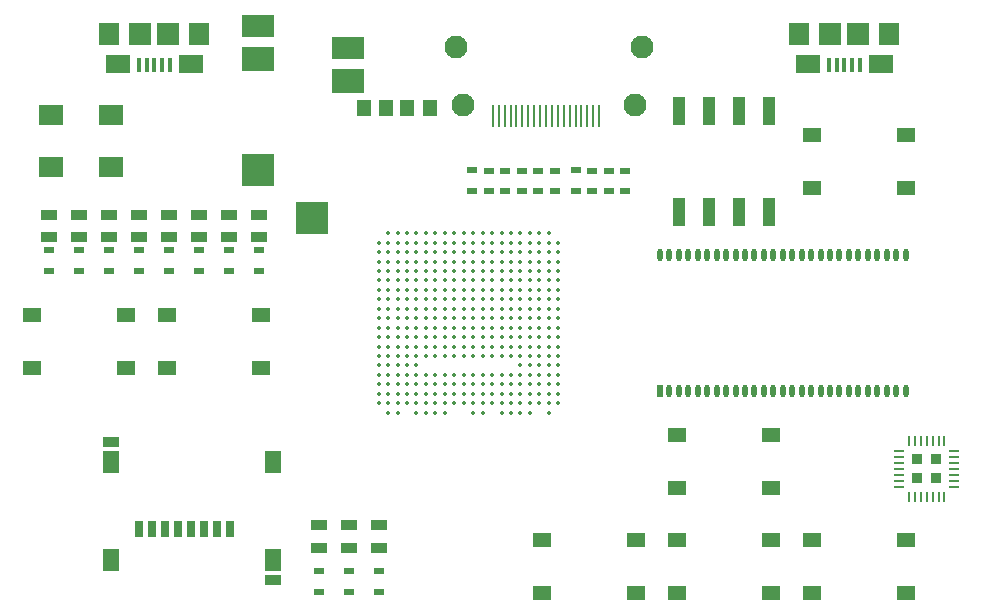
<source format=gtp>
G04 #@! TF.GenerationSoftware,KiCad,Pcbnew,5.0.0+dfsg1-2*
G04 #@! TF.CreationDate,2018-09-08T16:08:49+02:00*
G04 #@! TF.ProjectId,ulx3s,756C7833732E6B696361645F70636200,rev?*
G04 #@! TF.SameCoordinates,Original*
G04 #@! TF.FileFunction,Paste,Top*
G04 #@! TF.FilePolarity,Positive*
%FSLAX46Y46*%
G04 Gerber Fmt 4.6, Leading zero omitted, Abs format (unit mm)*
G04 Created by KiCad (PCBNEW 5.0.0+dfsg1-2) date Sat Sep  8 16:08:49 2018*
%MOMM*%
%LPD*%
G01*
G04 APERTURE LIST*
%ADD10O,0.510000X1.050000*%
%ADD11R,0.510000X1.050000*%
%ADD12R,0.925000X0.925000*%
%ADD13O,0.250000X0.900000*%
%ADD14O,0.900000X0.250000*%
%ADD15R,0.900000X0.250000*%
%ADD16R,1.070000X2.390000*%
%ADD17R,1.750000X1.850000*%
%ADD18R,0.350000X1.300000*%
%ADD19R,1.850000X1.850000*%
%ADD20R,2.050000X1.550000*%
%ADD21R,2.750000X1.950000*%
%ADD22R,2.750000X2.150000*%
%ADD23R,2.750000X2.750000*%
%ADD24R,0.250000X1.850000*%
%ADD25C,1.950000*%
%ADD26C,0.350000*%
%ADD27R,0.650000X1.450000*%
%ADD28R,1.400000X0.850000*%
%ADD29R,1.400000X1.950000*%
%ADD30R,2.150000X1.750000*%
%ADD31R,0.950000X0.620000*%
%ADD32R,1.450000X0.920000*%
%ADD33R,1.245000X1.350000*%
%ADD34R,1.500000X1.250000*%
G04 APERTURE END LIST*
D10*
G04 #@! TO.C,U2*
X175493000Y-82070000D03*
D11*
X154693000Y-93530000D03*
D10*
X155493000Y-93530000D03*
X156293000Y-93530000D03*
X157093000Y-93530000D03*
X157893000Y-93530000D03*
X158693000Y-93530000D03*
X159493000Y-93530000D03*
X160293000Y-93530000D03*
X161093000Y-93530000D03*
X161893000Y-93530000D03*
X162693000Y-93530000D03*
X163493000Y-93530000D03*
X164293000Y-93530000D03*
X165093000Y-93530000D03*
X165893000Y-93530000D03*
X166693000Y-93530000D03*
X167493000Y-93530000D03*
X168293000Y-93530000D03*
X169093000Y-93530000D03*
X169893000Y-93530000D03*
X170693000Y-93530000D03*
X171493000Y-93530000D03*
X172293000Y-93530000D03*
X173093000Y-93530000D03*
X173893000Y-93530000D03*
X174693000Y-93530000D03*
X175493000Y-93530000D03*
X174693000Y-82070000D03*
X173893000Y-82070000D03*
X173093000Y-82070000D03*
X172293000Y-82070000D03*
X171493000Y-82070000D03*
X170693000Y-82070000D03*
X169893000Y-82070000D03*
X169093000Y-82070000D03*
X168293000Y-82070000D03*
X167493000Y-82070000D03*
X166693000Y-82070000D03*
X165893000Y-82070000D03*
X165093000Y-82070000D03*
X164293000Y-82070000D03*
X163493000Y-82070000D03*
X162693000Y-82070000D03*
X161893000Y-82070000D03*
X161093000Y-82070000D03*
X160293000Y-82070000D03*
X159493000Y-82070000D03*
X158693000Y-82070000D03*
X157893000Y-82070000D03*
X157093000Y-82070000D03*
X156293000Y-82070000D03*
X155493000Y-82070000D03*
X154693000Y-82070000D03*
G04 #@! TD*
D12*
G04 #@! TO.C,U8*
X178097500Y-100967500D03*
X178097500Y-99342500D03*
X176472500Y-100967500D03*
X176472500Y-99342500D03*
D13*
X178785000Y-102495000D03*
X178285000Y-102495000D03*
X177785000Y-102495000D03*
X177285000Y-102495000D03*
X176785000Y-102495000D03*
X176285000Y-102495000D03*
X175785000Y-102495000D03*
D14*
X174945000Y-101655000D03*
X174945000Y-101155000D03*
X174945000Y-100655000D03*
X174945000Y-100155000D03*
X174945000Y-99655000D03*
X174945000Y-99155000D03*
X174945000Y-98655000D03*
D13*
X175785000Y-97815000D03*
X176285000Y-97815000D03*
X176785000Y-97815000D03*
X177285000Y-97815000D03*
X177785000Y-97815000D03*
X178285000Y-97815000D03*
X178785000Y-97815000D03*
D14*
X179625000Y-98655000D03*
X179625000Y-99155000D03*
X179625000Y-99655000D03*
X179625000Y-100155000D03*
X179625000Y-100655000D03*
X179625000Y-101155000D03*
D15*
X179625000Y-101655000D03*
G04 #@! TD*
D16*
G04 #@! TO.C,SW1*
X156330000Y-69815000D03*
X163950000Y-78425000D03*
X158870000Y-69815000D03*
X161410000Y-78425000D03*
X161410000Y-69815000D03*
X158870000Y-78425000D03*
X163950000Y-69815000D03*
X156330000Y-78425000D03*
G04 #@! TD*
D17*
G04 #@! TO.C,US1*
X108080000Y-63325000D03*
X115680000Y-63325000D03*
D18*
X110580000Y-66000000D03*
X111230000Y-66000000D03*
X111880000Y-66000000D03*
X112530000Y-66000000D03*
X113180000Y-66000000D03*
D19*
X110680000Y-63325000D03*
X113080000Y-63325000D03*
D20*
X108780000Y-65875000D03*
X114980000Y-65875000D03*
G04 #@! TD*
D21*
G04 #@! TO.C,AUDIO1*
X120668000Y-62618000D03*
D22*
X120668000Y-65418000D03*
D23*
X120668000Y-74818000D03*
X125218000Y-78918000D03*
D22*
X128268000Y-67318000D03*
D21*
X128268000Y-64518000D03*
G04 #@! TD*
D24*
G04 #@! TO.C,GPDI1*
X149546000Y-70312000D03*
X149046000Y-70312000D03*
X148546000Y-70312000D03*
X148046000Y-70312000D03*
X147546000Y-70312000D03*
X147046000Y-70312000D03*
X146546000Y-70312000D03*
X146046000Y-70312000D03*
X145546000Y-70312000D03*
X145046000Y-70312000D03*
X144546000Y-70312000D03*
X144046000Y-70312000D03*
X143546000Y-70312000D03*
X143046000Y-70312000D03*
X142546000Y-70312000D03*
X142046000Y-70312000D03*
X141546000Y-70312000D03*
X141046000Y-70312000D03*
X140546000Y-70312000D03*
D25*
X152546000Y-69312000D03*
X138046000Y-69312000D03*
X153146000Y-64412000D03*
X137446000Y-64412000D03*
G04 #@! TD*
D26*
G04 #@! TO.C,U1*
X145280000Y-95400000D03*
X143680000Y-95400000D03*
X142880000Y-95400000D03*
X142080000Y-95400000D03*
X141280000Y-95400000D03*
X139680000Y-95400000D03*
X138880000Y-95400000D03*
X136480000Y-95400000D03*
X135680000Y-95400000D03*
X134880000Y-95400000D03*
X134080000Y-95400000D03*
X132480000Y-95400000D03*
X131680000Y-95400000D03*
X146080000Y-94600000D03*
X145280000Y-94600000D03*
X144480000Y-94600000D03*
X143680000Y-94600000D03*
X142880000Y-94600000D03*
X142080000Y-94600000D03*
X141280000Y-94600000D03*
X140480000Y-94600000D03*
X139680000Y-94600000D03*
X138880000Y-94600000D03*
X138080000Y-94600000D03*
X137280000Y-94600000D03*
X136480000Y-94600000D03*
X135680000Y-94600000D03*
X134880000Y-94600000D03*
X134080000Y-94600000D03*
X133280000Y-94600000D03*
X132480000Y-94600000D03*
X131680000Y-94600000D03*
X130880000Y-94600000D03*
X146080000Y-93800000D03*
X145280000Y-93800000D03*
X144480000Y-93800000D03*
X143680000Y-93800000D03*
X142880000Y-93800000D03*
X142080000Y-93800000D03*
X141280000Y-93800000D03*
X140480000Y-93800000D03*
X139680000Y-93800000D03*
X138880000Y-93800000D03*
X138080000Y-93800000D03*
X137280000Y-93800000D03*
X136480000Y-93800000D03*
X135680000Y-93800000D03*
X134880000Y-93800000D03*
X134080000Y-93800000D03*
X133280000Y-93800000D03*
X132480000Y-93800000D03*
X131680000Y-93800000D03*
X130880000Y-93800000D03*
X146080000Y-93000000D03*
X145280000Y-93000000D03*
X144480000Y-93000000D03*
X143680000Y-93000000D03*
X142880000Y-93000000D03*
X142080000Y-93000000D03*
X141280000Y-93000000D03*
X140480000Y-93000000D03*
X139680000Y-93000000D03*
X138880000Y-93000000D03*
X138080000Y-93000000D03*
X137280000Y-93000000D03*
X136480000Y-93000000D03*
X135680000Y-93000000D03*
X134880000Y-93000000D03*
X134080000Y-93000000D03*
X133280000Y-93000000D03*
X132480000Y-93000000D03*
X131680000Y-93000000D03*
X130880000Y-93000000D03*
X146080000Y-92200000D03*
X145280000Y-92200000D03*
X144480000Y-92200000D03*
X143680000Y-92200000D03*
X142880000Y-92200000D03*
X142080000Y-92200000D03*
X141280000Y-92200000D03*
X140480000Y-92200000D03*
X139680000Y-92200000D03*
X138880000Y-92200000D03*
X138080000Y-92200000D03*
X137280000Y-92200000D03*
X136480000Y-92200000D03*
X135680000Y-92200000D03*
X134880000Y-92200000D03*
X134080000Y-92200000D03*
X133280000Y-92200000D03*
X132480000Y-92200000D03*
X131680000Y-92200000D03*
X130880000Y-92200000D03*
X146080000Y-91400000D03*
X145280000Y-91400000D03*
X144480000Y-91400000D03*
X143680000Y-91400000D03*
X142880000Y-91400000D03*
X134080000Y-91400000D03*
X133280000Y-91400000D03*
X132480000Y-91400000D03*
X131680000Y-91400000D03*
X130880000Y-91400000D03*
X146080000Y-90600000D03*
X145280000Y-90600000D03*
X144480000Y-90600000D03*
X143680000Y-90600000D03*
X142880000Y-90600000D03*
X142080000Y-90600000D03*
X141280000Y-90600000D03*
X140480000Y-90600000D03*
X139680000Y-90600000D03*
X138880000Y-90600000D03*
X138080000Y-90600000D03*
X137280000Y-90600000D03*
X136480000Y-90600000D03*
X135680000Y-90600000D03*
X134880000Y-90600000D03*
X134080000Y-90600000D03*
X133280000Y-90600000D03*
X132480000Y-90600000D03*
X131680000Y-90600000D03*
X130880000Y-90600000D03*
X146080000Y-89800000D03*
X145280000Y-89800000D03*
X144480000Y-89800000D03*
X143680000Y-89800000D03*
X142880000Y-89800000D03*
X142080000Y-89800000D03*
X141280000Y-89800000D03*
X140480000Y-89800000D03*
X139680000Y-89800000D03*
X138880000Y-89800000D03*
X138080000Y-89800000D03*
X137280000Y-89800000D03*
X136480000Y-89800000D03*
X135680000Y-89800000D03*
X134880000Y-89800000D03*
X134080000Y-89800000D03*
X133280000Y-89800000D03*
X132480000Y-89800000D03*
X131680000Y-89800000D03*
X130880000Y-89800000D03*
X146080000Y-89000000D03*
X145280000Y-89000000D03*
X144480000Y-89000000D03*
X143680000Y-89000000D03*
X142880000Y-89000000D03*
X142080000Y-89000000D03*
X141280000Y-89000000D03*
X140480000Y-89000000D03*
X139680000Y-89000000D03*
X138880000Y-89000000D03*
X138080000Y-89000000D03*
X137280000Y-89000000D03*
X136480000Y-89000000D03*
X135680000Y-89000000D03*
X134880000Y-89000000D03*
X134080000Y-89000000D03*
X133280000Y-89000000D03*
X132480000Y-89000000D03*
X131680000Y-89000000D03*
X130880000Y-89000000D03*
X146080000Y-88200000D03*
X145280000Y-88200000D03*
X144480000Y-88200000D03*
X143680000Y-88200000D03*
X142880000Y-88200000D03*
X142080000Y-88200000D03*
X141280000Y-88200000D03*
X140480000Y-88200000D03*
X139680000Y-88200000D03*
X138880000Y-88200000D03*
X138080000Y-88200000D03*
X137280000Y-88200000D03*
X136480000Y-88200000D03*
X135680000Y-88200000D03*
X134880000Y-88200000D03*
X134080000Y-88200000D03*
X133280000Y-88200000D03*
X132480000Y-88200000D03*
X131680000Y-88200000D03*
X130880000Y-88200000D03*
X146080000Y-87400000D03*
X145280000Y-87400000D03*
X144480000Y-87400000D03*
X143680000Y-87400000D03*
X142880000Y-87400000D03*
X142080000Y-87400000D03*
X141280000Y-87400000D03*
X140480000Y-87400000D03*
X139680000Y-87400000D03*
X138880000Y-87400000D03*
X138080000Y-87400000D03*
X137280000Y-87400000D03*
X136480000Y-87400000D03*
X135680000Y-87400000D03*
X134880000Y-87400000D03*
X134080000Y-87400000D03*
X133280000Y-87400000D03*
X132480000Y-87400000D03*
X131680000Y-87400000D03*
X130880000Y-87400000D03*
X146080000Y-86600000D03*
X145280000Y-86600000D03*
X144480000Y-86600000D03*
X143680000Y-86600000D03*
X142880000Y-86600000D03*
X142080000Y-86600000D03*
X141280000Y-86600000D03*
X140480000Y-86600000D03*
X139680000Y-86600000D03*
X138880000Y-86600000D03*
X138080000Y-86600000D03*
X137280000Y-86600000D03*
X136480000Y-86600000D03*
X135680000Y-86600000D03*
X134880000Y-86600000D03*
X134080000Y-86600000D03*
X133280000Y-86600000D03*
X132480000Y-86600000D03*
X131680000Y-86600000D03*
X130880000Y-86600000D03*
X146080000Y-85800000D03*
X145280000Y-85800000D03*
X144480000Y-85800000D03*
X143680000Y-85800000D03*
X142880000Y-85800000D03*
X142080000Y-85800000D03*
X141280000Y-85800000D03*
X140480000Y-85800000D03*
X139680000Y-85800000D03*
X138880000Y-85800000D03*
X138080000Y-85800000D03*
X137280000Y-85800000D03*
X136480000Y-85800000D03*
X135680000Y-85800000D03*
X134880000Y-85800000D03*
X134080000Y-85800000D03*
X133280000Y-85800000D03*
X132480000Y-85800000D03*
X131680000Y-85800000D03*
X130880000Y-85800000D03*
X146080000Y-85000000D03*
X145280000Y-85000000D03*
X144480000Y-85000000D03*
X143680000Y-85000000D03*
X142880000Y-85000000D03*
X142080000Y-85000000D03*
X141280000Y-85000000D03*
X140480000Y-85000000D03*
X139680000Y-85000000D03*
X138880000Y-85000000D03*
X138080000Y-85000000D03*
X137280000Y-85000000D03*
X136480000Y-85000000D03*
X135680000Y-85000000D03*
X134880000Y-85000000D03*
X134080000Y-85000000D03*
X133280000Y-85000000D03*
X132480000Y-85000000D03*
X131680000Y-85000000D03*
X130880000Y-85000000D03*
X146080000Y-84200000D03*
X145280000Y-84200000D03*
X144480000Y-84200000D03*
X143680000Y-84200000D03*
X142880000Y-84200000D03*
X142080000Y-84200000D03*
X141280000Y-84200000D03*
X140480000Y-84200000D03*
X139680000Y-84200000D03*
X138880000Y-84200000D03*
X138080000Y-84200000D03*
X137280000Y-84200000D03*
X136480000Y-84200000D03*
X135680000Y-84200000D03*
X134880000Y-84200000D03*
X134080000Y-84200000D03*
X133280000Y-84200000D03*
X132480000Y-84200000D03*
X131680000Y-84200000D03*
X130880000Y-84200000D03*
X146080000Y-83400000D03*
X145280000Y-83400000D03*
X144480000Y-83400000D03*
X143680000Y-83400000D03*
X142880000Y-83400000D03*
X142080000Y-83400000D03*
X141280000Y-83400000D03*
X140480000Y-83400000D03*
X139680000Y-83400000D03*
X138880000Y-83400000D03*
X138080000Y-83400000D03*
X137280000Y-83400000D03*
X136480000Y-83400000D03*
X135680000Y-83400000D03*
X134880000Y-83400000D03*
X134080000Y-83400000D03*
X133280000Y-83400000D03*
X132480000Y-83400000D03*
X131680000Y-83400000D03*
X130880000Y-83400000D03*
X146080000Y-82600000D03*
X145280000Y-82600000D03*
X144480000Y-82600000D03*
X143680000Y-82600000D03*
X142880000Y-82600000D03*
X142080000Y-82600000D03*
X141280000Y-82600000D03*
X140480000Y-82600000D03*
X139680000Y-82600000D03*
X138880000Y-82600000D03*
X138080000Y-82600000D03*
X137280000Y-82600000D03*
X136480000Y-82600000D03*
X135680000Y-82600000D03*
X134880000Y-82600000D03*
X134080000Y-82600000D03*
X133280000Y-82600000D03*
X132480000Y-82600000D03*
X131680000Y-82600000D03*
X130880000Y-82600000D03*
X146080000Y-81800000D03*
X145280000Y-81800000D03*
X144480000Y-81800000D03*
X143680000Y-81800000D03*
X142880000Y-81800000D03*
X142080000Y-81800000D03*
X141280000Y-81800000D03*
X140480000Y-81800000D03*
X139680000Y-81800000D03*
X138880000Y-81800000D03*
X138080000Y-81800000D03*
X137280000Y-81800000D03*
X136480000Y-81800000D03*
X135680000Y-81800000D03*
X134880000Y-81800000D03*
X134080000Y-81800000D03*
X133280000Y-81800000D03*
X132480000Y-81800000D03*
X131680000Y-81800000D03*
X130880000Y-81800000D03*
X146080000Y-81000000D03*
X145280000Y-81000000D03*
X144480000Y-81000000D03*
X143680000Y-81000000D03*
X142880000Y-81000000D03*
X142080000Y-81000000D03*
X141280000Y-81000000D03*
X140480000Y-81000000D03*
X139680000Y-81000000D03*
X138880000Y-81000000D03*
X138080000Y-81000000D03*
X137280000Y-81000000D03*
X136480000Y-81000000D03*
X135680000Y-81000000D03*
X134880000Y-81000000D03*
X134080000Y-81000000D03*
X133280000Y-81000000D03*
X132480000Y-81000000D03*
X131680000Y-81000000D03*
X130880000Y-81000000D03*
X145280000Y-80200000D03*
X144480000Y-80200000D03*
X143680000Y-80200000D03*
X142880000Y-80200000D03*
X142080000Y-80200000D03*
X141280000Y-80200000D03*
X140480000Y-80200000D03*
X139680000Y-80200000D03*
X138880000Y-80200000D03*
X138080000Y-80200000D03*
X137280000Y-80200000D03*
X136480000Y-80200000D03*
X135680000Y-80200000D03*
X134880000Y-80200000D03*
X134080000Y-80200000D03*
X133280000Y-80200000D03*
X132480000Y-80200000D03*
X131680000Y-80200000D03*
G04 #@! TD*
D27*
G04 #@! TO.C,SD1*
X118250000Y-105250000D03*
X117150000Y-105250000D03*
X116050000Y-105250000D03*
X114950000Y-105250000D03*
X113850000Y-105250000D03*
X112750000Y-105250000D03*
X111650000Y-105250000D03*
X110550000Y-105250000D03*
D28*
X121925000Y-109550000D03*
X108175000Y-97850000D03*
D29*
X108175000Y-107850000D03*
X121925000Y-107850000D03*
X121925000Y-99550000D03*
X108175000Y-99550000D03*
G04 #@! TD*
D30*
G04 #@! TO.C,Y1*
X108212000Y-70160000D03*
X103132000Y-70160000D03*
X103132000Y-74560000D03*
X108212000Y-74560000D03*
G04 #@! TD*
D31*
G04 #@! TO.C,C36*
X150361000Y-76646000D03*
X150361000Y-74896000D03*
G04 #@! TD*
G04 #@! TO.C,C37*
X151758000Y-74896000D03*
X151758000Y-76646000D03*
G04 #@! TD*
G04 #@! TO.C,C38*
X140201000Y-74896000D03*
X140201000Y-76646000D03*
G04 #@! TD*
G04 #@! TO.C,C39*
X142995000Y-76646000D03*
X142995000Y-74896000D03*
G04 #@! TD*
G04 #@! TO.C,C40*
X145789000Y-76646000D03*
X145789000Y-74896000D03*
G04 #@! TD*
G04 #@! TO.C,C41*
X148964000Y-74896000D03*
X148964000Y-76646000D03*
G04 #@! TD*
G04 #@! TO.C,C42*
X138742800Y-76638600D03*
X138742800Y-74888600D03*
G04 #@! TD*
G04 #@! TO.C,C43*
X141598000Y-74896000D03*
X141598000Y-76646000D03*
G04 #@! TD*
G04 #@! TO.C,C44*
X144392000Y-74896000D03*
X144392000Y-76646000D03*
G04 #@! TD*
G04 #@! TO.C,C45*
X147567000Y-76634000D03*
X147567000Y-74884000D03*
G04 #@! TD*
D32*
G04 #@! TO.C,D19*
X130930000Y-106825000D03*
X130930000Y-104915000D03*
G04 #@! TD*
G04 #@! TO.C,D0*
X120770000Y-78644000D03*
X120770000Y-80554000D03*
G04 #@! TD*
G04 #@! TO.C,D1*
X118230000Y-80554000D03*
X118230000Y-78644000D03*
G04 #@! TD*
G04 #@! TO.C,D2*
X115690000Y-78644000D03*
X115690000Y-80554000D03*
G04 #@! TD*
G04 #@! TO.C,D3*
X113150000Y-78644000D03*
X113150000Y-80554000D03*
G04 #@! TD*
G04 #@! TO.C,D4*
X110610000Y-80554000D03*
X110610000Y-78644000D03*
G04 #@! TD*
G04 #@! TO.C,D5*
X108070000Y-80554000D03*
X108070000Y-78644000D03*
G04 #@! TD*
G04 #@! TO.C,D6*
X105545000Y-78644000D03*
X105545000Y-80554000D03*
G04 #@! TD*
G04 #@! TO.C,D7*
X102990000Y-80554000D03*
X102990000Y-78644000D03*
G04 #@! TD*
G04 #@! TO.C,D18*
X128390000Y-106825000D03*
X128390000Y-104915000D03*
G04 #@! TD*
G04 #@! TO.C,D22*
X125850000Y-104915000D03*
X125850000Y-106825000D03*
G04 #@! TD*
D31*
G04 #@! TO.C,R41*
X120770000Y-83377000D03*
X120770000Y-81627000D03*
G04 #@! TD*
G04 #@! TO.C,R42*
X118230000Y-81627000D03*
X118230000Y-83377000D03*
G04 #@! TD*
G04 #@! TO.C,R43*
X115690000Y-83377000D03*
X115690000Y-81627000D03*
G04 #@! TD*
G04 #@! TO.C,R44*
X113150000Y-81627000D03*
X113150000Y-83377000D03*
G04 #@! TD*
G04 #@! TO.C,R45*
X110610000Y-81627000D03*
X110610000Y-83377000D03*
G04 #@! TD*
G04 #@! TO.C,R46*
X108070000Y-83377000D03*
X108070000Y-81627000D03*
G04 #@! TD*
G04 #@! TO.C,R47*
X105530000Y-81627000D03*
X105530000Y-83377000D03*
G04 #@! TD*
G04 #@! TO.C,R48*
X102990000Y-83377000D03*
X102990000Y-81627000D03*
G04 #@! TD*
G04 #@! TO.C,R36*
X128390000Y-110555000D03*
X128390000Y-108805000D03*
G04 #@! TD*
G04 #@! TO.C,R37*
X130930000Y-110555000D03*
X130930000Y-108805000D03*
G04 #@! TD*
G04 #@! TO.C,R62*
X125850000Y-108805000D03*
X125850000Y-110555000D03*
G04 #@! TD*
D33*
G04 #@! TO.C,RV2*
X131531500Y-69566000D03*
X129596500Y-69566000D03*
G04 #@! TD*
G04 #@! TO.C,RV3*
X133279500Y-69566000D03*
X135214500Y-69566000D03*
G04 #@! TD*
D20*
G04 #@! TO.C,US2*
X173400000Y-65875000D03*
X167200000Y-65875000D03*
D19*
X171500000Y-63325000D03*
X169100000Y-63325000D03*
D18*
X171600000Y-66000000D03*
X170950000Y-66000000D03*
X170300000Y-66000000D03*
X169650000Y-66000000D03*
X169000000Y-66000000D03*
D17*
X174100000Y-63325000D03*
X166500000Y-63325000D03*
G04 #@! TD*
D34*
G04 #@! TO.C,B0*
X175550000Y-71870000D03*
X175550000Y-76370000D03*
X167590000Y-76370000D03*
X167590000Y-71870000D03*
G04 #@! TD*
G04 #@! TO.C,B1*
X109510000Y-91610000D03*
X109510000Y-87110000D03*
X101550000Y-87110000D03*
X101550000Y-91610000D03*
G04 #@! TD*
G04 #@! TO.C,B2*
X112980000Y-91610000D03*
X112980000Y-87110000D03*
X120940000Y-87110000D03*
X120940000Y-91610000D03*
G04 #@! TD*
G04 #@! TO.C,B3*
X164120000Y-101770000D03*
X164120000Y-97270000D03*
X156160000Y-97270000D03*
X156160000Y-101770000D03*
G04 #@! TD*
G04 #@! TO.C,B4*
X164120000Y-106160000D03*
X164120000Y-110660000D03*
X156160000Y-110660000D03*
X156160000Y-106160000D03*
G04 #@! TD*
G04 #@! TO.C,B5*
X144730000Y-106160000D03*
X144730000Y-110660000D03*
X152690000Y-110660000D03*
X152690000Y-106160000D03*
G04 #@! TD*
G04 #@! TO.C,B6*
X175550000Y-106160000D03*
X175550000Y-110660000D03*
X167590000Y-110660000D03*
X167590000Y-106160000D03*
G04 #@! TD*
M02*

</source>
